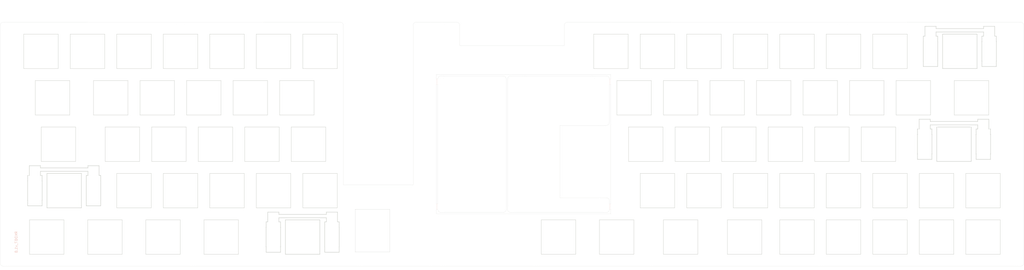
<source format=kicad_pcb>
(kicad_pcb (version 20241229) (generator "pcbnew") (generator_version "9.0")
  (layers (0 "F.Cu" signal) (2 "B.Cu" signal) (13 "F.Paste" user) (15 "B.Paste" user) (5 "F.SilkS" user "F.Silkscreen") (7 "B.SilkS" user "B.Silkscreen") (1 "F.Mask" user) (3 "B.Mask" user) (25 "Edge.Cuts" user))
  (net 0 "")
  (footprint "kbd_SW_Hole:SW_Hole_1u" (layer "F.Cu") (at 321.46875 142.875)
    (property "Reference" "SW73" (hide yes))
    (property "Value" "SW_Push" (hide yes))
    (fp_line (start -7.05 -7.05) (end 7.05 -7.05) (stroke (width 0.15)) (layer "Edge.Cuts"))
    (fp_line (start -7.05 7.05) (end -7.05 -7.05) (stroke (width 0.15)) (layer "Edge.Cuts"))
    (fp_line (start 7.05 -7.05) (end 7.05 7.05) (stroke (width 0.15)) (layer "Edge.Cuts"))
    (fp_line (start 7.05 7.05) (end -7.05 7.05) (stroke (width 0.15)) (layer "Edge.Cuts"))
  )
  (footprint "kbd_SW_Hole:SW_Hole_1u" (layer "F.Cu") (at 50.00625 142.875)
    (property "Reference" "SW8" (hide yes))
    (property "Value" "SW_Push" (hide yes))
    (fp_line (start -7.05 -7.05) (end 7.05 -7.05) (stroke (width 0.15)) (layer "Edge.Cuts"))
    (fp_line (start -7.05 7.05) (end -7.05 -7.05) (stroke (width 0.15)) (layer "Edge.Cuts"))
    (fp_line (start 7.05 -7.05) (end 7.05 7.05) (stroke (width 0.15)) (layer "Edge.Cuts"))
    (fp_line (start 7.05 7.05) (end -7.05 7.05) (stroke (width 0.15)) (layer "Edge.Cuts"))
  )
  (footprint "kbd_SW_Hole:SW_Hole_1u" (layer "F.Cu") (at 16.66875 104.775)
    (property "Reference" "SW1" (hide yes))
    (property "Value" "SW_Push" (hide yes))
    (fp_line (start -7.05 -7.05) (end 7.05 -7.05) (stroke (width 0.15)) (layer "Edge.Cuts"))
    (fp_line (start -7.05 7.05) (end -7.05 -7.05) (stroke (width 0.15)) (layer "Edge.Cuts"))
    (fp_line (start 7.05 -7.05) (end 7.05 7.05) (stroke (width 0.15)) (layer "Edge.Cuts"))
    (fp_line (start 7.05 7.05) (end -7.05 7.05) (stroke (width 0.15)) (layer "Edge.Cuts"))
  )
  (footprint "kbd_Hole:m2_Screw_Hole" (layer "F.Cu") (at 266.7 190.5)
    (property "Reference" "Ref**")
    (property "Value" "Val**")
    (pad "" np_thru_hole circle (at 0 0) (size 2.2 2.2) (drill 2.2) (layers "*.Cu" "*.Mask"))
  )
  (footprint "kbd_SW_Hole:SW_Hole_1u" (layer "F.Cu") (at 307.18125 104.775)
    (property "Reference" "SW66" (hide yes))
    (property "Value" "SW_Push" (hide yes))
    (fp_line (start -7.05 -7.05) (end 7.05 -7.05) (stroke (width 0.15)) (layer "Edge.Cuts"))
    (fp_line (start -7.05 7.05) (end -7.05 -7.05) (stroke (width 0.15)) (layer "Edge.Cuts"))
    (fp_line (start 7.05 -7.05) (end 7.05 7.05) (stroke (width 0.15)) (layer "Edge.Cuts"))
    (fp_line (start 7.05 7.05) (end -7.05 7.05) (stroke (width 0.15)) (layer "Edge.Cuts"))
  )
  (footprint "kbd_Hole:m2_Screw_Hole" (layer "F.Cu") (at 180.975 173.83125)
    (property "Reference" "Ref**")
    (property "Value" "Val**")
    (pad "" np_thru_hole circle (at 0 0) (size 2.2 2.2) (drill 2.2) (layers "*.Cu" "*.Mask"))
  )
  (footprint "Rikkodo_FootPrint:rkd_cutdot" (layer "F.Cu") (at 249.733384 117.276464 90)
    (property "Reference" "REF**" (hide yes))
    (property "Value" "rkd_cutdot" (hide yes))
    (fp_line (start 1.190624 0.297656) (end 1.190482 -0.297479) (stroke (width 0.05)) (layer "Edge.Cuts"))
    (fp_line (start -1.190628 0.297656) (end -1.190768 -0.297479) (stroke (width 0.05)) (layer "Edge.Cuts"))
    (pad "" np_thru_hole circle (at -0.893198 0.000356 180) (size 0.5 0.5) (drill 0.5) (layers "*.Cu" "*.Mask"))
    (pad "" np_thru_hole circle (at -0.297886 0.000356 180) (size 0.5 0.5) (drill 0.5) (layers "*.Cu" "*.Mask"))
    (pad "" np_thru_hole circle (at 0.297426 0.000356 180) (size 0.5 0.5) (drill 0.5) (layers "*.Cu" "*.Mask"))
    (pad "" np_thru_hole circle (at 0.892738 0.000356 180) (size 0.5 0.5) (drill 0.5) (layers "*.Cu" "*.Mask"))
  )
  (footprint "Rikkodo_FootPrint:rkd_cutdot" (layer "F.Cu") (at 178.891256 117.276464 90)
    (property "Reference" "REF**" (hide yes))
    (property "Value" "rkd_cutdot" (hide yes))
    (fp_line (start 1.190624 0.297656) (end 1.190482 -0.297479) (stroke (width 0.05)) (layer "Edge.Cuts"))
    (fp_line (start -1.190628 0.297656) (end -1.190768 -0.297479) (stroke (width 0.05)) (layer "Edge.Cuts"))
    (pad "" np_thru_hole circle (at -0.893198 0.000356 180) (size 0.5 0.5) (drill 0.5) (layers "*.Cu" "*.Mask"))
    (pad "" np_thru_hole circle (at -0.297886 0.000356 180) (size 0.5 0.5) (drill 0.5) (layers "*.Cu" "*.Mask"))
    (pad "" np_thru_hole circle (at 0.297426 0.000356 180) (size 0.5 0.5) (drill 0.5) (layers "*.Cu" "*.Mask"))
    (pad "" np_thru_hole circle (at 0.892738 0.000356 180) (size 0.5 0.5) (drill 0.5) (layers "*.Cu" "*.Mask"))
  )
  (footprint "kbd_SW_Hole:SW_Hole_1u" (layer "F.Cu") (at 383.38125 180.975)
    (property "Reference" "SW85" (hide yes))
    (property "Value" "SW_Push" (hide yes))
    (fp_line (start -7.05 -7.05) (end 7.05 -7.05) (stroke (width 0.15)) (layer "Edge.Cuts"))
    (fp_line (start -7.05 7.05) (end -7.05 -7.05) (stroke (width 0.15)) (layer "Edge.Cuts"))
    (fp_line (start 7.05 -7.05) (end 7.05 7.05) (stroke (width 0.15)) (layer "Edge.Cuts"))
    (fp_line (start 7.05 7.05) (end -7.05 7.05) (stroke (width 0.15)) (layer "Edge.Cuts"))
  )
  (footprint "kbd_SW_Hole:SW_Hole_1u" (layer "F.Cu") (at 340.51875 142.875)
    (property "Reference" "SW78" (hide yes))
    (property "Value" "SW_Push" (hide yes))
    (fp_line (start -7.05 -7.05) (end 7.05 -7.05) (stroke (width 0.15)) (layer "Edge.Cuts"))
    (fp_line (start -7.05 7.05) (end -7.05 -7.05) (stroke (width 0.15)) (layer "Edge.Cuts"))
    (fp_line (start 7.05 -7.05) (end 7.05 7.05) (stroke (width 0.15)) (layer "Edge.Cuts"))
    (fp_line (start 7.05 7.05) (end -7.05 7.05) (stroke (width 0.15)) (layer "Edge.Cuts"))
  )
  (footprint "kbd_Hole:m2_Screw_Hole" (layer "F.Cu") (at 73.81875 95.25)
    (property "Reference" "Ref**")
    (property "Value" "Val**")
    (pad "" np_thru_hole circle (at 0 0) (size 2.2 2.2) (drill 2.2) (layers "*.Cu" "*.Mask"))
  )
  (footprint "kbd_Hole:m2_Screw_Hole" (layer "F.Cu") (at 176.2125 190.5)
    (property "Reference" "Ref**")
    (property "Value" "Val**")
    (pad "" np_thru_hole circle (at 0 0) (size 2.2 2.2) (drill 2.2) (layers "*.Cu" "*.Mask"))
  )
  (footprint "kbd_Hole:m2_Screw_Hole" (layer "F.Cu") (at 214.3125 116.681348)
    (property "Reference" "Ref**")
    (property "Value" "Val**")
    (pad "" np_thru_hole circle (at 0 0) (size 2.2 2.2) (drill 2.2) (layers "*.Cu" "*.Mask"))
  )
  (footprint "Rikkodo_FootPrint:rkd_cutdot" (layer "F.Cu") (at 249.733384 168.473066 90)
    (property "Reference" "REF**" (hide yes))
    (property "Value" "rkd_cutdot" (hide yes))
    (fp_line (start 1.190624 0.297656) (end 1.190482 -0.297479) (stroke (width 0.05)) (layer "Edge.Cuts"))
    (fp_line (start -1.190628 0.297656) (end -1.190768 -0.297479) (stroke (width 0.05)) (layer "Edge.Cuts"))
    (pad "" np_thru_hole circle (at -0.893198 0.000356 180) (size 0.5 0.5) (drill 0.5) (layers "*.Cu" "*.Mask"))
    (pad "" np_thru_hole circle (at -0.297886 0.000356 180) (size 0.5 0.5) (drill 0.5) (layers "*.Cu" "*.Mask"))
    (pad "" np_thru_hole circle (at 0.297426 0.000356 180) (size 0.5 0.5) (drill 0.5) (layers "*.Cu" "*.Mask"))
    (pad "" np_thru_hole circle (at 0.892738 0.000356 180) (size 0.5 0.5) (drill 0.5) (layers "*.Cu" "*.Mask"))
  )
  (footprint "kbd_SW_Hole:SW_Hole_1u" (layer "F.Cu") (at 259.55625 123.825)
    (property "Reference" "SW52" (hide yes))
    (property "Value" "SW_Push" (hide yes))
    (fp_line (start -7.05 -7.05) (end 7.05 -7.05) (stroke (width 0.15)) (layer "Edge.Cuts"))
    (fp_line (start -7.05 7.05) (end -7.05 -7.05) (stroke (width 0.15)) (layer "Edge.Cuts"))
    (fp_line (start 7.05 -7.05) (end 7.05 7.05) (stroke (width 0.15)) (layer "Edge.Cuts"))
    (fp_line (start 7.05 7.05) (end -7.05 7.05) (stroke (width 0.15)) (layer "Edge.Cuts"))
  )
  (footprint "kbd_SW_Hole:SW_Hole_1u" (layer "F.Cu") (at 288.13125 104.775)
    (property "Reference" "SW61" (hide yes))
    (property "Value" "SW_Push" (hide yes))
    (fp_line (start -7.05 -7.05) (end 7.05 -7.05) (stroke (width 0.15)) (layer "Edge.Cuts"))
    (fp_line (start -7.05 7.05) (end -7.05 -7.05) (stroke (width 0.15)) (layer "Edge.Cuts"))
    (fp_line (start 7.05 -7.05) (end 7.05 7.05) (stroke (width 0.15)) (layer "Edge.Cuts"))
    (fp_line (start 7.05 7.05) (end -7.05 7.05) (stroke (width 0.15)) (layer "Edge.Cuts"))
  )
  (footprint "kbd_SW_Hole:SW_Hole_1u" (layer "F.Cu") (at 326.23125 161.925)
    (property "Reference" "SW69" (hide yes))
    (property "Value" "SW_Push" (hide yes))
    (fp_line (start -7.05 -7.05) (end 7.05 -7.05) (stroke (width 0.15)) (layer "Edge.Cuts"))
    (fp_line (start -7.05 7.05) (end -7.05 -7.05) (stroke (width 0.15)) (layer "Edge.Cuts"))
    (fp_line (start 7.05 -7.05) (end 7.05 7.05) (stroke (width 0.15)) (layer "Edge.Cuts"))
    (fp_line (start 7.05 7.05) (end -7.05 7.05) (stroke (width 0.15)) (layer "Edge.Cuts"))
  )
  (footprint "kbd_Hole:m2_Screw_Hole" (layer "F.Cu") (at 180.975 111.91875)
    (property "Reference" "Ref**")
    (property "Value" "Val**")
    (pad "" np_thru_hole circle (at 0 0) (size 2.2 2.2) (drill 2.2) (layers "*.Cu" "*.Mask"))
  )
  (footprint "kbd_Hole:m2_Screw_Hole" (layer "F.Cu") (at 180.975 169.06875)
    (property "Reference" "Ref**")
    (property "Value" "Val**")
    (pad "" np_thru_hole circle (at 0 0) (size 2.2 2.2) (drill 2.2) (layers "*.Cu" "*.Mask"))
  )
  (footprint "kbd_SW_Hole:SW_Hole_1u" (layer "F.Cu") (at 359.56875 142.875)
    (property "Reference" "SW83" (hide yes))
    (property "Value" "SW_Push" (hide yes))
    (fp_line (start -7.05 -7.05) (end 7.05 -7.05) (stroke (width 0.15)) (layer "Edge.Cuts"))
    (fp_line (start -7.05 7.05) (end -7.05 -7.05) (stroke (width 0.15)) (layer "Edge.Cuts"))
    (fp_line (start 7.05 -7.05) (end 7.05 7.05) (stroke (width 0.15)) (layer "Edge.Cuts"))
    (fp_line (start 7.05 7.05) (end -7.05 7.05) (stroke (width 0.15)) (layer "Edge.Cuts"))
  )
  (footprint "kbd_Hole:m2_Screw_Hole" (layer "F.Cu") (at 97.63125 152.4)
    (property "Reference" "M4")
    (property "Value" "Mark")
    (pad "" np_thru_hole circle (at 0 0) (size 2.2 2.2) (drill 2.2) (layers "*.Cu" "*.Mask"))
  )
  (footprint "kbd_SW_Hole:SW_Hole_1u" (layer "F.Cu") (at 354.80625 123.825)
    (property "Reference" "SW77" (hide yes))
    (property "Value" "SW_Push" (hide yes))
    (fp_line (start -7.05 -7.05) (end 7.05 -7.05) (stroke (width 0.15)) (layer "Edge.Cuts"))
    (fp_line (start -7.05 7.05) (end -7.05 -7.05) (stroke (width 0.15)) (layer "Edge.Cuts"))
    (fp_line (start 7.05 -7.05) (end 7.05 7.05) (stroke (width 0.15)) (layer "Edge.Cuts"))
    (fp_line (start 7.05 7.05) (end -7.05 7.05) (stroke (width 0.15)) (layer "Edge.Cuts"))
  )
  (footprint "kbd_SW_Hole:SW_Hole_1u" (layer "F.Cu") (at 83.34375 123.825)
    (property "Reference" "SW17" (hide yes))
    (property "Value" "SW_Push" (hide yes))
    (fp_line (start -7.05 -7.05) (end 7.05 -7.05) (stroke (width 0.15)) (layer "Edge.Cuts"))
    (fp_line (start -7.05 7.05) (end -7.05 -7.05) (stroke (width 0.15)) (layer "Edge.Cuts"))
    (fp_line (start 7.05 -7.05) (end 7.05 7.05) (stroke (width 0.15)) (layer "Edge.Cuts"))
    (fp_line (start 7.05 7.05) (end -7.05 7.05) (stroke (width 0.15)) (layer "Edge.Cuts"))
  )
  (footprint "kbd_SW_Hole:SW_Hole_1u" (layer "F.Cu") (at 54.76875 161.925)
    (property "Reference" "SW9" (hide yes))
    (property "Value" "SW_Push" (hide yes))
    (fp_line (start -7.05 -7.05) (end 7.05 -7.05) (stroke (width 0.15)) (layer "Edge.Cuts"))
    (fp_line (start -7.05 7.05) (end -7.05 -7.05) (stroke (width 0.15)) (layer "Edge.Cuts"))
    (fp_line (start 7.05 -7.05) (end 7.05 7.05) (stroke (width 0.15)) (layer "Edge.Cuts"))
    (fp_line (start 7.05 7.05) (end -7.05 7.05) (stroke (width 0.15)) (layer "Edge.Cuts"))
  )
  (footprint "kbd_SW_Hole:SW_Hole_1.5u" (layer "F.Cu") (at 278.60625 180.975)
    (property "Reference" "SW60" (hide yes))
    (property "Value" "SW_Push" (hide yes))
    (fp_line (start -7.05 -7.05) (end 7.05 -7.05) (stroke (width 0.15)) (layer "Edge.Cuts"))
    (fp_line (start -7.05 7.05) (end -7.05 -7.05) (stroke (width 0.15)) (layer "Edge.Cuts"))
    (fp_line (start 7.05 -7.05) (end 7.05 7.05) (stroke (width 0.15)) (layer "Edge.Cuts"))
    (fp_line (start 7.05 7.05) (end -7.05 7.05) (stroke (width 0.15)) (layer "Edge.Cuts"))
  )
  (footprint "kbd_SW_Hole:SW_Hole_1u" (layer "F.Cu") (at 283.36875 142.875)
    (property "Reference" "SW63" (hide yes))
    (property "Value" "SW_Push" (hide yes))
    (fp_line (start -7.05 -7.05) (end 7.05 -7.05) (stroke (width 0.15)) (layer "Edge.Cuts"))
    (fp_line (start -7.05 7.05) (end -7.05 -7.05) (stroke (width 0.15)) (layer "Edge.Cuts"))
    (fp_line (start 7.05 -7.05) (end 7.05 7.05) (stroke (width 0.15)) (layer "Edge.Cuts"))
    (fp_line (start 7.05 7.05) (end -7.05 7.05) (stroke (width 0.15)) (layer "Edge.Cuts"))
  )
  (footprint "kbd_Hole:m2_Screw_Hole" (layer "F.Cu") (at 416.71875 95.25)
    (property "Reference" "Ref**")
    (property "Value" "Val**")
    (pad "" np_thru_hole circle (at 0 0) (size 2.2 2.2) (drill 2.2) (layers "*.Cu" "*.Mask"))
  )
  (footprint "kbd_Hole:m2_Screw_Hole" (layer "F.Cu") (at 54.76875 133.35)
    (property "Reference" "M3")
    (property "Value" "Mark")
    (pad "" np_thru_hole circle (at 0 0) (size 2.2 2.2) (drill 2.2) (layers "*.Cu" "*.Mask"))
  )
  (footprint "kbd_SW_Hole:SW_Hole_1u" (layer "F.Cu") (at 130.96886 104.775088)
    (property "Reference" "SW26" (hide yes))
    (property "Value" "SW_Push" (hide yes))
    (fp_line (start -7.05 -7.05) (end 7.05 -7.05) (stroke (width 0.15)) (layer "Edge.Cuts"))
    (fp_line (start -7.05 7.05) (end -7.05 -7.05) (stroke (width 0.15)) (layer "Edge.Cuts"))
    (fp_line (start 7.05 -7.05) (end 7.05 7.05) (stroke (width 0.15)) (layer "Edge.Cuts"))
    (fp_line (start 7.05 7.05) (end -7.05 7.05) (stroke (width 0.15)) (layer "Edge.Cuts"))
  )
  (footprint "kbd_SW_Hole:SW_Hole_1u" (layer "F.Cu") (at 302.41875 142.875)
    (property "Reference" "SW68" (hide yes))
    (property "Value" "SW_Push" (hide yes))
    (fp_line (start -7.05 -7.05) (end 7.05 -7.05) (stroke (width 0.15)) (layer "Edge.Cuts"))
    (fp_line (start -7.05 7.05) (end -7.05 -7.05) (stroke (width 0.15)) (layer "Edge.Cuts"))
    (fp_line (start 7.05 -7.05) (end 7.05 7.05) (stroke (width 0.15)) (layer "Edge.Cuts"))
    (fp_line (start 7.05 7.05) (end -7.05 7.05) (stroke (width 0.15)) (layer "Edge.Cuts"))
  )
  (footprint "kbd_SW_Hole:SW_Hole_1.25u" (layer "F.Cu") (at 304.8 180.975)
    (property "Reference" "SW65" (hide yes))
    (property "Value" "SW_Push" (hide yes))
    (fp_line (start -7.05 -7.05) (end 7.05 -7.05) (stroke (width 0.15)) (layer "Edge.Cuts"))
    (fp_line (start -7.05 7.05) (end -7.05 -7.05) (stroke (width 0.15)) (layer "Edge.Cuts"))
    (fp_line (start 7.05 -7.05) (end 7.05 7.05) (stroke (width 0.15)) (layer "Edge.Cuts"))
    (fp_line (start 7.05 7.05) (end -7.05 7.05) (stroke (width 0.15)) (layer "Edge.Cuts"))
  )
  (footprint "kbd_SW_Hole:SW_Hole_1u" (layer "F.Cu") (at 35.71875 104.775)
    (property "Reference" "SW6" (hide yes))
    (property "Value" "SW_Push" (hide yes))
    (fp_line (start -7.05 -7.05) (end 7.05 -7.05) (stroke (width 0.15)) (layer "Edge.Cuts"))
    (fp_line (start -7.05 7.05) (end -7.05 -7.05) (stroke (width 0.15)) (layer "Edge.Cuts"))
    (fp_line (start 7.05 -7.05) (end 7.05 7.05) (stroke (width 0.15)) (layer "Edge.Cuts"))
    (fp_line (start 7.05 7.05) (end -7.05 7.05) (stroke (width 0.15)) (layer "Edge.Cuts"))
  )
  (footprint "kbd_SW_Hole:SW_Hole_1.5u" (layer "F.Cu") (at 397.66875 123.825)
    (property "Reference" "SW87" (hide yes))
    (property "Value" "SW_Push" (hide yes))
    (fp_line (start -7.05 -7.05) (end 7.05 -7.05) (stroke (width 0.15)) (layer "Edge.Cuts"))
    (fp_line (start -7.05 7.05) (end -7.05 -7.05) (stroke (width 0.15)) (layer "Edge.Cuts"))
    (fp_line (start 7.05 -7.05) (end 7.05 7.05) (stroke (width 0.15)) (layer "Edge.Cuts"))
    (fp_line (start 7.05 7.05) (end -7.05 7.05) (stroke (width 0.15)) (layer "Edge.Cuts"))
  )
  (footprint "kbd_SW_Hole:SW_Hole_1u" (layer "F.Cu") (at 107.15625 142.875)
    (property "Reference" "SW23" (hide yes))
    (property "Value" "SW_Push" (hide yes))
    (fp_line (start -7.05 -7.05) (end 7.05 -7.05) (stroke (width 0.15)) (layer "Edge.Cuts"))
    (fp_line (start -7.05 7.05) (end -7.05 -7.05) (stroke (width 0.15)) (layer "Edge.Cuts"))
    (fp_line (start 7.05 -7.05) (end 7.05 7.05) (stroke (width 0.15)) (layer "Edge.Cuts"))
    (fp_line (start 7.05 7.05) (end -7.05 7.05) (stroke (width 0.15)) (layer "Edge.Cuts"))
  )
  (footprint "kbd_Hole:m2_Screw_Hole" (layer "F.Cu") (at 219.075 190.5)
    (property "Reference" "Ref**")
    (property "Value" "Val**")
    (pad "" np_thru_hole circle (at 0 0) (size 2.2 2.2) (drill 2.2) (layers "*.Cu" "*.Mask"))
  )
  (footprint "kbd_Hole:m2_Screw_Hole" (layer "F.Cu") (at 2.38125 190.5)
    (property "Reference" "Ref**")
    (property "Value" "Val**")
    (pad "" np_thru_hole circle (at 0 0) (size 2.2 2.2) (drill 2.2) (layers "*.Cu" "*.Mask"))
  )
  (footprint "kbd_SW_Hole:SW_Hole_1u" (layer "F.Cu") (at 45.24375 123.825)
    (property "Reference" "SW7" (hide yes))
    (property "Value" "SW_Push" (hide yes))
    (fp_line (start -7.05 -7.05) (end 7.05 -7.05) (stroke (width 0.15)) (layer "Edge.Cuts"))
    (fp_line (start -7.05 7.05) (end -7.05 -7.05) (stroke (width 0.15)) (layer "Edge.Cuts"))
    (fp_line (start 7.05 -7.05) (end 7.05 7.05) (stroke (width 0.15)) (layer "Edge.Cuts"))
    (fp_line (start 7.05 7.05) (end -7.05 7.05) (stroke (width 0.15)) (layer "Edge.Cuts"))
  )
  (footprint "kbd_SW_Hole:SW_Hole_1.75u" (layer "F.Cu") (at 23.81255 142.875)
    (property "Reference" "SW3" (hide yes))
    (property "Value" "SW_Push" (hide yes))
    (fp_line (start -7.05 -7.05) (end 7.05 -7.05) (stroke (width 0.15)) (layer "Edge.Cuts"))
    (fp_line (start -7.05 7.05) (end -7.05 -7.05) (stroke (width 0.15)) (layer "Edge.Cuts"))
    (fp_line (start 7.05 -7.05) (end 7.05 7.05) (stroke (width 0.15)) (layer "Edge.Cuts"))
    (fp_line (start 7.05 7.05) (end -7.05 7.05) (stroke (width 0.15)) (layer "Edge.Cuts"))
  )
  (footprint "kbd_SW_Hole:SW_Hole_1u" (layer "F.Cu") (at 297.65625 123.825)
    (property "Reference" "SW62" (hide yes))
    (property "Value" "SW_Push" (hide yes))
    (fp_line (start -7.05 -7.05) (end 7.05 -7.05) (stroke (width 0.15)) (layer "Edge.Cuts"))
    (fp_line (start -7.05 7.05) (end -7.05 -7.05) (stroke (width 0.15)) (layer "Edge.Cuts"))
    (fp_line (start 7.05 -7.05) (end 7.05 7.05) (stroke (width 0.15)) (layer "Edge.Cuts"))
    (fp_line (start 7.05 7.05) (end -7.05 7.05) (stroke (width 0.15)) (layer "Edge.Cuts"))
  )
  (footprint "kbd_SW_Hole:SW_Hole_1u" (layer "F.Cu") (at 383.38125 161.925)
    (property "Reference" "SW84" (hide yes))
    (property "Value" "SW_Push" (hide yes))
    (fp_line (start -7.05 -7.05) (end 7.05 -7.05) (stroke (width 0.15)) (layer "Edge.Cuts"))
    (fp_line (start -7.05 7.05) (end -7.05 -7.05) (stroke (width 0.15)) (layer "Edge.Cuts"))
    (fp_line (start 7.05 -7.05) (end 7.05 7.05) (stroke (width 0.15)) (layer "Edge.Cuts"))
    (fp_line (start 7.05 7.05) (end -7.05 7.05) (stroke (width 0.15)) (layer "Edge.Cuts"))
  )
  (footprint "kbd_SW_Hole:SW_Hole_1u" (layer "F.Cu") (at 102.39375 123.825)
    (property "Reference" "SW22" (hide yes))
    (property "Value" "SW_Push" (hide yes))
    (fp_line (start -7.05 -7.05) (end 7.05 -7.05) (stroke (width 0.15)) (layer "Edge.Cuts"))
    (fp_line (start -7.05 7.05) (end -7.05 -7.05) (stroke (width 0.15)) (layer "Edge.Cuts"))
    (fp_line (start 7.05 -7.05) (end 7.05 7.05) (stroke (width 0.15)) (layer "Edge.Cuts"))
    (fp_line (start 7.05 7.05) (end -7.05 7.05) (stroke (width 0.15)) (layer "Edge.Cuts"))
  )
  (footprint "kbd_Hole:m2_Screw_Hole" (layer "F.Cu") (at 180.975 190.5)
    (property "Reference" "Ref**")
    (property "Value" "Val**")
    (pad "" np_thru_hole circle (at 0 0) (size 2.2 2.2) (drill 2.2) (layers "*.Cu" "*.Mask"))
  )
  (footprint "kbd_SW_Hole:SW_Hole_1u" (layer "F.Cu") (at 126.20625 142.875)
    (property "Reference" "SW28" (hide yes))
    (property "Value" "SW_Push" (hide yes))
    (fp_line (start -7.05 -7.05) (end 7.05 -7.05) (stroke (width 0.15)) (layer "Edge.Cuts"))
    (fp_line (start -7.05 7.05) (end -7.05 -7.05) (stroke (width 0.15)) (layer "Edge.Cuts"))
    (fp_line (start 7.05 -7.05) (end 7.05 7.05) (stroke (width 0.15)) (layer "Edge.Cuts"))
    (fp_line (start 7.05 7.05) (end -7.05 7.05) (stroke (width 0.15)) (layer "Edge.Cuts"))
  )
  (footprint "kbd_Hole:m2_Screw_Hole" (layer "F.Cu") (at 242.8875 116.68125)
    (property "Reference" "Ref**")
    (property "Value" "Val**")
    (pad "" np_thru_hole circle (at 0 0) (size 2.2 2.2) (drill 2.2) (layers "*.Cu" "*.Mask"))
  )
  (footprint "kbd_SW_Hole:SW_Hole_1u" (layer "F.Cu") (at 373.85625 123.825)
    (property "Reference" "SW82" (hide yes))
    (property "Value" "SW_Push" (hide yes))
    (fp_line (start -7.05 -7.05) (end 7.05 -7.05) (stroke (width 0.15)) (layer "Edge.Cuts"))
    (fp_line (start -7.05 7.05) (end -7.05 -7.05) (stroke (width 0.15)) (layer "Edge.Cuts"))
    (fp_line (start 7.05 -7.05) (end 7.05 7.05) (stroke (width 0.15)) (layer "Edge.Cuts"))
    (fp_line (start 7.05 7.05) (end -7.05 7.05) (stroke (width 0.15)) (layer "Edge.Cuts"))
  )
  (footprint "kbd_SW_Hole:SW_Hole_1.25u" (layer "F.Cu") (at 66.67505 180.975)
    (property "Reference" "SW15" (hide yes))
    (property "Value" "SW_Push" (hide yes))
    (fp_line (start -7.05 -7.05) (end 7.05 -7.05) (stroke (width 0.15)) (layer "Edge.Cuts"))
    (fp_line (start -7.05 7.05) (end -7.05 -7.05) (stroke (width 0.15)) (layer "Edge.Cuts"))
    (fp_line (start 7.05 -7.05) (end 7.05 7.05) (stroke (width 0.15)) (layer "Edge.Cuts"))
    (fp_line (start 7.05 7.05) (end -7.05 7.05) (stroke (width 0.15)) (layer "Edge.Cuts"))
  )
  (footprint "kbd_SW_Hole:SW_Hole_1.25u" (layer "F.Cu") (at 19.05005 180.975)
    (property "Reference" "SW5" (hide yes))
    (property "Value" "SW_Push" (hide yes))
    (fp_line (start -7.05 -7.05) (end 7.05 -7.05) (stroke (width 0.15)) (layer "Edge.Cuts"))
    (fp_line (start -7.05 7.05) (end -7.05 -7.05) (stroke (width 0.15)) (layer "Edge.Cuts"))
    (fp_line (start 7.05 -7.05) (end 7.05 7.05) (stroke (width 0.15)) (layer "Edge.Cuts"))
    (fp_line (start 7.05 7.05) (end -7.05 7.05) (stroke (width 0.15)) (layer "Edge.Cuts"))
  )
  (footprint "kbd_Hole:m2_Screw_Hole" (layer "F.Cu") (at 202.40625 130.96875)
    (property "Reference" "Ref**")
    (property "Value" "Val**")
    (pad "" np_thru_hole circle (at 0 0) (size 2.2 2.2) (drill 2.2) (layers "*.Cu" "*.Mask"))
  )
  (footprint "kbd_SW_Hole:SW_Hole_1u" (layer "F.Cu") (at 92.86875 161.925)
    (property "Reference" "SW19" (hide yes))
    (property "Value" "SW_Push" (hide yes))
    (fp_line (start -7.05 -7.05) (end 7.05 -7.05) (stroke (width 0.15)) (layer "Edge.Cuts"))
    (fp_line (start -7.05 7.05) (end -7.05 -7.05) (stroke (width 0.15)) (layer "Edge.Cuts"))
    (fp_line (start 7.05 -7.05) (end 7.05 7.05) (stroke (width 0.15)) (layer "Edge.Cuts"))
    (fp_line (start 7.05 7.05) (end -7.05 7.05) (stroke (width 0.15)) (layer "Edge.Cuts"))
  )
  (footprint "kbd_SW_Hole:SW_Hole_1u" (layer "F.Cu") (at 264.31875 142.875)
    (property "Reference" "SW54" (hide yes))
    (property "Value" "SW_Push" (hide yes))
    (fp_line (start -7.05 -7.05) (end 7.05 -7.05) (stroke (width 0.15)) (layer "Edge.Cuts"))
    (fp_line (start -7.05 7.05) (end -7.05 -7.05) (stroke (width 0.15)) (layer "Edge.Cuts"))
    (fp_line (start 7.05 -7.05) (end 7.05 7.05) (stroke (width 0.15)) (layer "Edge.Cuts"))
    (fp_line (start 7.05 7.05) (end -7.05 7.05) (stroke (width 0.15)) (layer "Edge.Cuts"))
  )
  (footprint "kbd_Hole:m2_Screw_Hole" (layer "F.Cu") (at 202.406572 154.781522)
    (property "Reference" "Ref**")
    (property "Value" "Val**")
    (pad "" np_thru_hole circle (at 0 0) (size 2.2 2.2) (drill 2.2) (layers "*.Cu" "*.Mask"))
  )
  (footprint "kbd_Hole:m2_Screw_Hole" (layer "F.Cu") (at 78.58125 190.5)
    (property "Reference" "Ref**")
    (property "Value" "Val**")
    (pad "" np_thru_hole circle (at 0 0) (size 2.2 2.2) (drill 2.2) (layers "*.Cu" "*.Mask"))
  )
  (footprint "kbd_SW_Hole:SW_Hole_1u" (layer "F.Cu") (at 288.13125 161.925)
    (property "Reference" "SW59" (hide yes))
    (property "Value" "SW_Push" (hide yes))
    (fp_line (start -7.05 -7.05) (end 7.05 -7.05) (stroke (width 0.15)) (layer "Edge.Cuts"))
    (fp_line (start -7.05 7.05) (end -7.05 -7.05) (stroke (width 0.15)) (layer "Edge.Cuts"))
    (fp_line (start 7.05 -7.05) (end 7.05 7.05) (stroke (width 0.15)) (layer "Edge.Cuts"))
    (fp_line (start 7.05 7.05) (end -7.05 7.05) (stroke (width 0.15)) (layer "Edge.Cuts"))
  )
  (footprint "kbd_SW_Hole:SW_Hole_1u" (layer "F.Cu") (at 130.96875 161.925)
    (property "Reference" "SW29" (hide yes))
    (property "Value" "SW_Push" (hide yes))
    (fp_line (start -7.05 -7.05) (end 7.05 -7.05) (stroke (width 0.15)) (layer "Edge.Cuts"))
    (fp_line (start -7.05 7.05) (end -7.05 -7.05) (stroke (width 0.15)) (layer "Edge.Cuts"))
    (fp_line (start 7.05 -7.05) (end 7.05 7.05) (stroke (width 0.15)) (layer "Edge.Cuts"))
    (fp_line (start 7.05 7.05) (end -7.05 7.05) (stroke (width 0.15)) (layer "Edge.Cuts"))
  )
  (footprint "kbd_Hole:m2_Screw_Hole" (layer "F.Cu") (at 311.94375 152.4)
    (property "Reference" "M5")
    (property "Value" "Mark")
    (pad "" np_thru_hole circle (at 0 0) (size 2.2 2.2) (drill 2.2) (layers "*.Cu" "*.Mask"))
  )
  (footprint "kbd_SW_Hole:SW_Hole_1u" (layer "F.Cu") (at 88.10625 142.875)
    (property "Reference" "SW18" (hide yes))
    (property "Value" "SW_Push" (hide yes))
    (fp_line (start -7.05 -7.05) (end 7.05 -7.05) (stroke (width 0.15)) (layer "Edge.Cuts"))
    (fp_line (start -7.05 7.05) (end -7.05 -7.05) (stroke (width 0.15)) (layer "Edge.Cuts"))
    (fp_line (start 7.05 -7.05) (end 7.05 7.05) (stroke (width 0.15)) (layer "Edge.Cuts"))
    (fp_line (start 7.05 7.05) (end -7.05 7.05) (stroke (width 0.15)) (layer "Edge.Cuts"))
  )
  (footprint "kbd_SW_Hole:SW_Hole_1.5u" (layer "F.Cu") (at 21.43125 123.825)
    (property "Reference" "SW2" (hide yes))
    (property "Value" "SW_Push" (hide yes))
    (fp_line (start -7.05 -7.05) (end 7.05 -7.05) (stroke (width 0.15)) (layer "Edge.Cuts"))
    (fp_line (start -7.05 7.05) (end -7.05 -7.05) (stroke (width 0.15)) (layer "Edge.Cuts"))
    (fp_line (start 7.05 -7.05) (end 7.05 7.05) (stroke (width 0.15)) (layer "Edge.Cuts"))
    (fp_line (start 7.05 7.05) (end -7.05 7.05) (stroke (width 0.15)) (layer "Edge.Cuts"))
  )
  (footprint "kbd_Hole:m2_Screw_Hole" (layer "F.Cu") (at 250.03125 95.25)
    (property "Reference" "Ref**")
    (property "Value" "Val**")
    (pad "" np_thru_hole circle (at 0 0) (size 2.2 2.2) (drill 2.2) (layers "*.Cu" "*.Mask"))
  )
  (footprint "kbd_SW_Hole:SW_Hole_1u" (layer "F.Cu") (at 326.23125 104.775)
    (property "Reference" "SW71" (hide yes))
    (property "Value" "SW_Push" (hide yes))
    (fp_line (start -7.05 -7.05) (end 7.05 -7.05) (stroke (width 0.15)) (layer "Edge.Cuts"))
    (fp_line (start -7.05 7.05) (end -7.05 -7.05) (stroke (width 0.15)) (layer "Edge.Cuts"))
    (fp_line (start 7.05 -7.05) (end 7.05 7.05) (stroke (width 0.15)) (layer "Edge.Cuts"))
    (fp_line (start 7.05 7.05) (end -7.05 7.05) (stroke (width 0.15)) (layer "Edge.Cuts"))
  )
  (footprint "Rikkodo_FootPrint:rkd_picot5400_BTM" (layer "F.Cu") (at 228.600192 150.018876)
    (property "Reference" "Picot**" (hide yes))
    (property "Value" "rkd_picot5400_BTM" (hide yes))
    (pad "" np_thru_hole circle (at -16.75 -16.75) (size 2.2 2.2) (drill 2.2) (layers "*.Cu" "*.Mask"))
    (pad "" np_thru_hole circle (at -16.75 16.75) (size 2.2 2.2) (drill 2.2) (layers "*.Cu" "*.Mask"))
    (pad "" np_thru_hole circle (at 16.75 -16.75) (size 2.2 2.2) (drill 2.2) (layers "*.Cu" "*.Mask"))
    (pad "" np_thru_hole circle (at 16.75 16.75) (size 2.2 2.2) (drill 2.2) (layers "*.Cu" "*.Mask"))
  )
  (footprint "kbd_SW_Hole:SW_Hole_1u" (layer "F.Cu") (at 111.91875 104.775)
    (property "Reference" "SW26" (hide yes))
    (property "Value" "SW_Push" (hide yes))
    (fp_line (start -7.05 -7.05) (end 7.05 -7.05) (stroke (width 0.15)) (layer "Edge.Cuts"))
    (fp_line (start -7.05 7.05) (end -7.05 -7.05) (stroke (width 0.15)) (layer "Edge.Cuts"))
    (fp_line (start 7.05 -7.05) (end 7.05 7.05) (stroke (width 0.15)) (layer "Edge.Cuts"))
    (fp_line (start 7.05 7.05) (end -7.05 7.05) (stroke (width 0.15)) (layer "Edge.Cuts"))
  )
  (footprint "kbd_Hole:m2_Screw_Hole" (layer "F.Cu") (at 138.1125 95.25)
    (property "Reference" "Ref**")
    (property "Value" "Val**")
    (pad "" np_thru_hole circle (at 0 0) (size 2.2 2.2) (drill 2.2) (layers "*.Cu" "*.Mask"))
  )
  (footprint "kbd_SW_Hole:SW_Hole_1u" (layer "F.Cu") (at 111.91875 161.925)
    (property "Reference" "SW24" (hide yes))
    (property "Value" "SW_Push" (hide yes))
    (fp_line (start -7.05 -7.05) (end 7.05 -7.05) (stroke (width 0.15)) (layer "Edge.Cuts"))
    (fp_line (start -7.05 7.05) (end -7.05 -7.05) (stroke (width 0.15)) (layer "Edge.Cuts"))
    (fp_line (start 7.05 -7.05) (end 7.05 7.05) (stroke (width 0.15)) (layer "Edge.Cuts"))
    (fp_line (start 7.05 7.05) (end -7.05 7.05) (stroke (width 0.15)) (layer "Edge.Cuts"))
  )
  (footprint "kbd_SW_Hole:SW_Hole_1u" (layer "F.Cu") (at 364.33125 104.775)
    (property "Reference" "SW81" (hide yes))
    (property "Value" "SW_Push" (hide yes))
    (fp_line (start -7.05 -7.05) (end 7.05 -7.05) (stroke (width 0.15)) (layer "Edge.Cuts"))
    (fp_line (start -7.05 7.05) (end -7.05 -7.05) (stroke (width 0.15)) (layer "Edge.Cuts"))
    (fp_line (start 7.05 -7.05) (end 7.05 7.05) (stroke (width 0.15)) (layer "Edge.Cuts"))
    (fp_line (start 7.05 7.05) (end -7.05 7.05) (stroke (width 0.15)) (layer "Edge.Cuts"))
  )
  (footprint "Rikkodo_FootPrint:rkd_Top_GateronChocV2_2u" (layer "F.Cu") (at 123.82505 180.975)
    (property "Reference" "SW25" (hide yes))
    (property "Value" "SW_Push" (hide yes))
    (fp_line (start -14.975 -3.975) (end -14.975 3.975) (stroke (width 0.2)) (layer "Edge.Cuts"))
    (fp_line (start -14.95 -6.225) (end -14.95 -4) (stroke (width 0.2)) (layer "Edge.Cuts"))
    (fp_line (start -14.95 -6.225) (end -14.275 -6.225) (stroke (width 0.2)) (layer "Edge.Cuts"))
    (fp_line (start -14.95 -4) (end -14.975 -3.975) (stroke (width 0.2)) (layer "Edge.Cuts"))
    (fp_line (start -14.95 3.975) (end -14.975 3.975) (stroke (width 0.2)) (layer "Edge.Cuts"))
    (fp_line (start -14.95 3.975) (end -14.95 6.225) (stroke (width 0.2)) (layer "Edge.Cuts"))
    (fp_line (start -14.275 -10.225) (end -9.725 -10.225) (stroke (width 0.2)) (layer "Edge.Cuts"))
    (fp_line (start -14.275 -6.225) (end -14.275 -10.225) (stroke (width 0.2)) (layer "Edge.Cuts"))
    (fp_line (start -9.725 -9.325) (end -9.725 -10.225) (stroke (width 0.2)) (layer "Edge.Cuts"))
    (fp_line (start -9.725 -9.325) (end 9.725 -9.325) (stroke (width 0.2)) (layer "Edge.Cuts"))
    (fp_line (start -9.725 -7.925) (end 9.725 -7.925) (stroke (width 0.2)) (layer "Edge.Cuts"))
    (fp_line (start -9.725 -6.225) (end -9.725 -7.925) (stroke (width 0.2)) (layer "Edge.Cuts"))
    (fp_line (start -9.725 -6.225) (end -9.05 -6.225) (stroke (width 0.2)) (layer "Edge.Cuts"))
    (fp_line (start -9.05 -6.225) (end -9.05 -4) (stroke (width 0.2)) (layer "Edge.Cuts"))
    (fp_line (start -9.05 -4) (end -9.025 -3.975) (stroke (width 0.2)) (layer "Edge.Cuts"))
    (fp_line (start -9.05 3.975) (end -9.05 6.225) (stroke (width 0.2)) (layer "Edge.Cuts"))
    (fp_line (start -9.05 6.225) (end -14.95 6.225) (stroke (width 0.2)) (layer "Edge.Cuts"))
    (fp_line (start -9.025 -3.975) (end -9.025 3.975) (stroke (width 0.2)) (layer "Edge.Cuts"))
    (fp_line (start -9.025 3.975) (end -9.05 3.975) (stroke (width 0.2)) (layer "Edge.Cuts"))
    (fp_line (start -7.05 -7.05) (end 7.05 -7.05) (stroke (width 0.2)) (layer "Edge.Cuts"))
    (fp_line (start -7.05 7.05) (end -7.05 -7.05) (stroke (width 0.2)) (layer "Edge.Cuts"))
    (fp_line (start 7.05 -7.05) (end 7.05 7.05) (stroke (width 0.2)) (layer "Edge.Cuts"))
    (fp_line (start 7.05 7.05) (end -7.05 7.05) (stroke (width 0.2)) (layer "Edge.Cuts"))
    (fp_line (start 9.025 -3.975) (end 9.025 3.975) (stroke (width 0.2)) (layer "Edge.Cuts"))
    (fp_line (start 9.05 -6.225) (end 9.05 -4) (stroke (width 0.2)) (layer "Edge.Cuts"))
    (fp_line (start 9.05 -6.225) (end 9.725 -6.225) (stroke (width 0.2)) (layer "Edge.Cuts"))
    (fp_line (start 9.05 -4) (end 9.025 -3.975) (stroke (width 0.2)) (layer "Edge.Cuts"))
    (fp_line (start 9.05 3.975) (end 9.025 3.975) (stroke (width 0.2)) (layer "Edge.Cuts"))
    (fp_line (start 9.05 3.975) (end 9.05 6.225) (stroke (width 0.2)) (layer "Edge.Cuts"))
    (fp_line (start 9.725 -10.225) (end 9.725 -9.325) (stroke (width 0.2)) (layer "Edge.Cuts"))
    (fp_line (start 9.725 -10.225) (end 14.275 -10.225) (stroke (width 0.2)) (layer "Edge.Cuts"))
    (fp_line (start 9.725 -6.225) (end 9.725 -7.925) (stroke (width 0.2)) (layer "Edge.Cuts"))
    (fp_line (start 14.275 -6.225) (end 14.275 -10.225) (stroke (width 0.2)) (layer "Edge.Cuts"))
    (fp_line (start 14.275 -6.225) (end 14.95 -6.225) (stroke (width 0.2)) (layer "Edge.Cuts"))
    (fp_line (start 14.95 -6.225) (end 14.95 -4) (stroke (width 0.2)) (layer "Edge.Cuts"))
    (fp_line (start 14.95 -4) (end 14.975 -3.975) (stroke (width 0.2)) (layer "Edge.Cuts"))
    (fp_line (start 14.95 3.975) (end 14.95 6.225) (stroke (width 0.2)) (layer "Edge.Cuts"))
    (fp_line (start 14.95 6.225) (end 9.05 6.225) (stroke (width 0.2)) (layer "Edge.Cuts"))
    (fp_line (start 14.975 -3.975) (end 14.975 3.975) (stroke (width 0.2)) (layer "Edge.Cuts"))
    (fp_line (start 14.975 3.975) (end 14.95 3.975) (stroke (width 0.2)) (layer "Edge.Cuts"))
  )
  (footprint "kbd_SW_Hole:SW_Hole_1u" (layer "F.Cu") (at 73.81875 104.775)
    (property "Reference" "SW16" (hide yes))
    (property "Value" "SW_Push" (hide yes))
    (fp_line (start -7.05 -7.05) (end 7.05 -7.05) (stroke (width 0.15)) (layer "Edge.Cuts"))
    (fp_line (start -7.05 7.05) (end -7.05 -7.05) (stroke (width 0.15)) (layer "Edge.Cuts"))
    (fp_line (start 7.05 -7.05) (end 7.05 7.05) (stroke (width 0.15)) (layer "Edge.Cuts"))
    (fp_line (start 7.05 7.05) (end -7.05 7.05) (stroke (width 0.15)) (layer "Edge.Cuts"))
  )
  (footprint "kbd_SW_Hole:SW_Hole_1.25u" (layer "F.Cu") (at 90.48755 180.975)
    (property "Reference" "SW20" (hide yes))
    (property "Value" "SW_Push" (hide yes))
    (fp_line (start -7.05 -7.05) (end 7.05 -7.05) (stroke (width 0.15)) (layer "Edge.Cuts"))
    (fp_line (start -7.05 7.05) (end -7.05 -7.05) (stroke (width 0.15)) (layer "Edge.Cuts"))
    (fp_line (start 7.05 -7.05) (end 7.05 7.05) (stroke (width 0.15)) (layer "Edge.Cuts"))
    (fp_line (start 7.05 7.05) (end -7.05 7.05) (stroke (width 0.15)) (layer "Edge.Cuts"))
  )
  (footprint "kbd_SW_Hole:SW_Hole_1u" (layer "F.Cu") (at 345.28125 161.925)
    (property "Reference" "SW74" (hide yes))
    (property "Value" "SW_Push" (hide yes))
    (fp_line (start -7.05 -7.05) (end 7.05 -7.05) (stroke (width 0.15)) (layer "Edge.Cuts"))
    (fp_line (start -7.05 7.05) (end -7.05 -7.05) (stroke (width 0.15)) (layer "Edge.Cuts"))
    (fp_line (start 7.05 -7.05) (end 7.05 7.05) (stroke (width 0.15)) (layer "Edge.Cuts"))
    (fp_line (start 7.05 7.05) (end -7.05 7.05) (stroke (width 0.15)) (layer "Edge.Cuts"))
  )
  (footprint "kbd_Hole:m2_Screw_Hole" (layer "F.Cu") (at 180.975 95.25)
    (property "Reference" "Ref**")
    (property "Value" "Val**")
    (pad "" np_thru_hole circle (at 0 0) (size 2.2 2.2) (drill 2.2) (layers "*.Cu" "*.Mask"))
  )
  (footprint "kbd_Hole:m2_Screw_Hole" (layer "F.Cu") (at 2.38125 95.25)
    (property "Reference" "Ref**")
    (property "Value" "Val**")
    (pad "" np_thru_hole circle (at 0 0) (size 2.2 2.2) (drill 2.2) (layers "*.Cu" "*.Mask"))
  )
  (footprint "kbd_SW_Hole:SW_Hole_1u" (layer "F.Cu") (at 73.81875 161.925)
    (property "Reference" "SW14" (hide yes))
    (property "Value" "SW_Push" (hide yes))
    (fp_line (start -7.05 -7.05) (end 7.05 -7.05) (stroke (width 0.15)) (layer "Edge.Cuts"))
    (fp_line (start -7.05 7.05) (end -7.05 -7.05) (stroke (width 0.15)) (layer "Edge.Cuts"))
    (fp_line (start 7.05 -7.05) (end 7.05 7.05) (stroke (width 0.15)) (layer "Edge.Cuts"))
    (fp_line (start 7.05 7.05) (end -7.05 7.05) (stroke (width 0.15)) (layer "Edge.Cuts"))
  )
  (footprint "kbd_SW_Hole:SW_Hole_1.25u" (layer "F.Cu") (at 228.60005 180.975)
    (property "Reference" "SW53" (hide yes))
    (property "Value" "SW_Push" (hide yes))
    (fp_line (start -7.05 -7.05) (end 7.05 -7.05) (stroke (width 0.15)) (layer "Edge.Cuts"))
    (fp_line (start -7.05 7.05) (end -7.05 -7.05) (stroke (width 0.15)) (layer "Edge.Cuts"))
    (fp_line (start 7.05 -7.05) (end 7.05 7.05) (stroke (width 0.15)) (layer "Edge.Cuts"))
    (fp_line (start 7.05 7.05) (end -7.05 7.05) (stroke (width 0.15)) (layer "Edge.Cuts"))
  )
  (footprint "kbd_SW_Hole:SW_Hole_1u" (layer "F.Cu") (at 278.60625 123.825)
    (property "Reference" "SW57" (hide yes))
    (property "Value" "SW_Push" (hide yes))
    (fp_line (start -7.05 -7.05) (end 7.05 -7.05) (stroke (width 0.15)) (layer "Edge.Cuts"))
    (fp_line (start -7.05 7.05) (end -7.05 -7.05) (stroke (width 0.15)) (layer "Edge.Cuts"))
    (fp_line (start 7.05 -7.05) (end 7.05 7.05) (stroke (width 0.15)) (layer "Edge.Cuts"))
    (fp_line (start 7.05 7.05) (end -7.05 7.05) (stroke (width 0.15)) (layer "Edge.Cuts"))
  )
  (footprint "kbd_Hole:m2_Screw_Hole" (layer "F.Cu") (at 147.6375 190.5)
    (property "Reference" "Ref**")
    (property "Value" "Val**")
    (pad "" np_thru_hole circle (at 0 0) (size 2.2 2.2) (drill 2.2) (layers "*.Cu" "*.Mask"))
  )
  (footprint "kbd_Hole:m2_Screw_Hole" (layer "F.Cu") (at 335.75625 190.5)
    (property "Reference" "Ref**")
    (property "Value" "Val**")
    (pad "" np_thru_hole circle (at 0 0) (size 2.2 2.2) (drill 2.2) (layers "*.Cu" "*.Mask"))
  )
  (footprint "kbd_Hole:m2_Screw_Hole" (layer "F.Cu") (at 176.2125 95.25)
    (property "Reference" "Ref**")
    (property "Value" "Val**")
    (pad "" np_thru_hole circle (at 0 0) (size 2.2 2.2) (drill 2.2) (layers "*.Cu" "*.Mask"))
  )
  (footprint "kbd_Hole:m2_Screw_Hole" (layer "F.Cu") (at 288.13125 95.25)
    (property "Reference" "Ref**")
    (property "Value" "Val**")
    (pad "" np_thru_hole circle (at 0 0) (size 2.2 2.2) (drill 2.2) (layers "*.Cu" "*.Mask"))
  )
  (footprint "Rikkodo_FootPrint:rkd_Top_GateronChocV2_2u" (layer "F.Cu") (at 26.19375 161.925)
    (property "Reference" "SW4" (hide yes))
    (property "Value" "SW_Push" (hide yes))
    (fp_line (start -14.975 -3.975) (end -14.975 3.975) (stroke (width 0.2)) (layer "Edge.Cuts"))
    (fp_line (start -14.95 -6.225) (end -14.95 -4) (stroke (width 0.2)) (layer "Edge.Cuts"))
    (fp_line (start -14.95 -6.225) (end -14.275 -6.225) (stroke (width 0.2)) (layer "Edge.Cuts"))
    (fp_line (start -14.95 -4) (end -14.975 -3.975) (stroke (width 0.2)) (layer "Edge.Cuts"))
    (fp_line (start -14.95 3.975) (end -14.975 3.975) (stroke (width 0.2)) (layer "Edge.Cuts"))
    (fp_line (start -14.95 3.975) (end -14.95 6.225) (stroke (width 0.2)) (layer "Edge.Cuts"))
    (fp_line (start -14.275 -10.225) (end -9.725 -10.225) (stroke (width 0.2)) (layer "Edge.Cuts"))
    (fp_line (start -14.275 -6.225) (end -14.275 -10.225) (stroke (width 0.2)) (layer "Edge.Cuts"))
    (fp_line (start -9.725 -9.325) (end -9.725 -10.225) (stroke (width 0.2)) (layer "Edge.Cuts"))
    (fp_line (start -9.725 -9.325) (end 9.725 -9.325) (stroke (width 0.2)) (layer "Edge.Cuts"))
    (fp_line (start -9.725 -7.925) (end 9.725 -7.925) (stroke (width 0.2)) (layer "Edge.Cuts"))
    (fp_line (start -9.725 -6.225) (end -9.725 -7.925) (stroke (width 0.2)) (layer "Edge.Cuts"))
    (fp_line (start -9.725 -6.225) (end -9.05 -6.225) (stroke (width 0.2)) (layer "Edge.Cuts"))
    (fp_line (start -9.05 -6.225) (end -9.05 -4) (stroke (width 0.2)) (layer "Edge.Cuts"))
    (fp_line (start -9.05 -4) (end -9.025 -3.975) (stroke (width 0.2)) (layer "Edge.Cuts"))
    (fp_line (start -9.05 3.975) (end -9.05 6.225) (stroke (width 0.2)) (layer "Edge.Cuts"))
    (fp_line (start -9.05 6.225) (end -14.95 6.225) (stroke (width 0.2)) (layer "Edge.Cuts"))
    (fp_line (start -9.025 -3.975) (end -9.025 3.975) (stroke (width 0.2)) (layer "Edge.Cuts"))
    (fp_line (start -9.025 3.975) (end -9.05 3.975) (stroke (width 0.2)) (layer "Edge.Cuts"))
    (fp_line (start -7.05 -7.05) (end 7.05 -7.05) (stroke (width 0.2)) (layer "Edge.Cuts"))
    (fp_line (start -7.05 7.05) (end -7.05 -7.05) (stroke (width 0.2)) (layer "Edge.Cuts"))
    (fp_line (start 7.05 -7.05) (end 7.05 7.05) (stroke (width 0.2)) (layer "Edge.Cuts"))
    (fp_line (start 7.05 7.05) (end -7.05 7.05) (stroke (width 0.2)) (layer "Edge.Cuts"))
    (fp_line (start 9.025 -3.975) (end 9.025 3.975) (stroke (width 0.2)) (layer "Edge.Cuts"))
    (fp_line (start 9.05 -6.225) (end 9.05 -4) (stroke (width 0.2)) (layer "Edge.Cuts"))
    (fp_line (start 9.05 -6.225) (end 9.725 -6.225) (stroke (width 0.2)) (layer "Edge.Cuts"))
    (fp_line (start 9.05 -4) (end 9.025 -3.975) (stroke (width 0.2)) (layer "Edge.Cuts"))
    (fp_line (start 9.05 3.975) (end 9.025 3.975) (stroke (width 0.2)) (layer "Edge.Cuts"))
    (fp_line (start 9.05 3.975) (end 9.05 6.225) (stroke (width 0.2)) (layer "Edge.Cuts"))
    (fp_line (start 9.725 -10.225) (end 9.725 -9.325) (stroke (width 0.2)) (layer "Edge.Cuts"))
    (fp_line (start 9.725 -10.225) (end 14.275 -10.225) (stroke (width 0.2)) (layer "Edge.Cuts"))
    (fp_line (start 9.725 -6.225) (end 9.725 -7.925) (stroke (width 0.2)) (layer "Edge.Cuts"))
    (fp_line (start 14.275 -6.225) (end 14.275 -10.225) (stroke (width 0.2)) (layer "Edge.Cuts"))
    (fp_line (start 14.275 -6.225) (end 14.95 -6.225) (stroke (width 0.2)) (layer "Edge.Cuts"))
    (fp_line (start 14.95 -6.225) (end 14.95 -4) (stroke (width 0.2)) (layer "Edge.Cuts"))
    (fp_line (start 14.95 -4) (end 14.975 -3.975) (stroke (width 0.2)) (layer "Edge.Cuts"))
    (fp_line (start 14.95 3.975) (end 14.95 6.225) (stroke (width 0.2)) (layer "Edge.Cuts"))
    (fp_line (start 14.95 6.225) (end 9.05 6.225) (stroke (width 0.2)) (layer "Edge.Cuts"))
    (fp_line (start 14.975 -3.975) (end 14.975 3.975) (stroke (width 0.2)) (layer "Edge.Cuts"))
    (fp_line (start 14.975 3.975) (end 14.95 3.975) (stroke (width 0.2)) (layer "Edge.Cuts"))
  )
  (footprint "kbd_SW_Hole:SW_Hole_1u" (layer "F.Cu") (at 269.08125 161.925)
    (property "Reference" "SW58" (hide yes))
    (property "Value" "SW_Push" (hide yes))
    (fp_line (start -7.05 -7.05) (end 7.05 -7.05) (stroke (width 0.15)) (layer "Edge.Cuts"))
    (fp_line (start -7.05 7.05) (end -7.05 -7.05) (stroke (width 0.15)) (layer "Edge.Cuts"))
    (fp_line (start 7.05 -7.05) (end 7.05 7.05) (stroke (width 0.15)) (layer "Edge.Cuts"))
    (fp_line (start 7.05 7.05) (end -7.05 7.05) (stroke (width 0.15)) (layer "Edge.Cuts"))
  )
  (footprint "kbd_SW_Hole:SW_Hole_1u" (layer "F.Cu") (at 121.44375 123.825)
    (property "Reference" "SW27" (hide yes))
    (property "Value" "SW_Push" (hide yes))
    (fp_line (start -7.05 -7.05) (end 7.05 -7.05) (stroke (width 0.15)) (layer "Edge.Cuts"))
    (fp_line (start -7.05 7.05) (end -7.05 -7.05) (stroke (width 0.15)) (layer "Edge.Cuts"))
    (fp_line (start 7.05 -7.05) (end 7.05 7.05) (stroke (width 0.15)) (layer "Edge.Cuts"))
    (fp_line (start 7.05 7.05) (end -7.05 7.05) (stroke (width 0.15)) (layer "Edge.Cuts"))
  )
  (footprint "kbd_SW_Hole:SW_Hole_1.25u" (layer "F.Cu") (at 42.86255 180.975)
    (property "Reference" "SW10" (hide yes))
    (property "Value" "SW_Push" (hide yes))
    (fp_line (start -7.05 -7.05) (end 7.05 -7.05) (stroke (width 0.15)) (layer "Edge.Cuts"))
    (fp_line (start -7.05 7.05) (end -7.05 -7.05) (stroke (width 0.15)) (layer "Edge.Cuts"))
    (fp_line (start 7.05 -7.05) (end 7.05 7.05) (stroke (width 0.15)) (layer "Edge.Cuts"))
    (fp_line (start 7.05 7.05) (end -7.05 7.05) (stroke (width 0.15)) (layer "Edge.Cuts"))
  )
  (footprint "kbd_Hole:m2_Screw_Hole" (layer "F.Cu") (at 180.975 116.68125)
    (property "Reference" "Ref**")
    (property "Value" "Val**")
    (pad "" np_thru_hole circle (at 0 0) (size 2.2 2.2) (drill 2.2) (layers "*.Cu" "*.Mask"))
  )
  (footprint "kbd_Hole:m2_Screw_Hole" (layer "F.Cu") (at 345.28125 95.25)
    (property "Reference" "Ref**")
    (property "Value" "Val**")
    (pad "" np_thru_hole circle (at 0 0) (size 2.2 2.2) (drill 2.2) (layers "*.Cu" "*.Mask"))
  )
  (footprint "kbd_SW_Hole:SW_Hole_1u" (layer "F.Cu") (at 250.03125 104.775)
    (property "Reference" "SW51" (hide yes))
    (property "Value" "SW_Push" (hide yes))
    (fp_line (start -7.05 -7.05) (end 7.05 -7.05) (stroke (width 0.15)) (layer "Edge.Cuts"))
    (fp_line (start -7.05 7.05) (end -7.05 -7.05) (stroke (width 0.15)) (layer "Edge.Cuts"))
    (fp_line (start 7.05 -7.05) (end 7.05 7.05) (stroke (width 0.15)) (layer "Edge.Cuts"))
    (fp_line (start 7.05 7.05) (end -7.05 7.05) (stroke (width 0.15)) (layer "Edge.Cuts"))
  )
  (footprint "kbd_SW_Hole:SW_Hole_1u" (layer "F.Cu") (at 402.43125 161.925)
    (property "Reference" "SW89" (hide yes))
    (property "Value" "SW_Push" (hide yes))
    (fp_line (start -7.05 -7.05) (end 7.05 -7.05) (stroke (width 0.15)) (layer "Edge.Cuts"))
    (fp_line (start -7.05 7.05) (end -7.05 -7.05) (stroke (width 0.15)) (layer "Edge.Cuts"))
    (fp_line (start 7.05 -7.05) (end 7.05 7.05) (stroke (width 0.15)) (layer "Edge.Cuts"))
    (fp_line (start 7.05 7.05) (end -7.05 7.05) (stroke (width 0.15)) (layer "Edge.Cuts"))
  )
  (footprint "kbd_Hole:m2_Screw_Hole" (layer "F.Cu") (at 209.55 169.06875)
    (property "Reference" "Ref**")
    (property "Value" "Val**")
    (pad "" np_thru_hole circle (at 0 0) (size 2.2 2.2) (drill 2.2) (layers "*.Cu" "*.Mask"))
  )
  (footprint "kbd_SW_Hole:SW_Hole_1u" (layer "F.Cu") (at 307.18125 161.925)
    (property "Reference" "SW64" (hide yes))
    (property "Value" "SW_Push" (hide yes))
    (fp_line (start -7.05 -7.05) (end 7.05 -7.05) (stroke (width 0.15)) (layer "Edge.Cuts"))
    (fp_line (start -7.05 7.05) (end -7.05 -7.05) (stroke (width 0.15)) (layer "Edge.Cuts"))
    (fp_line (start 7.05 -7.05) (end 7.05 7.05) (stroke (width 0.15)) (layer "Edge.Cuts"))
    (fp_line (start 7.05 7.05) (end -7.05 7.05) (stroke (width 0.15)) (layer "Edge.Cuts"))
  )
  (footprint "BrownSugar_KBD:RotaryEncoder_EC11-Hole" (layer "F.Cu") (at 152.4 178.59375 180)
    (property "Reference" "SW30")
    (property "Value" "RotaryEncoder_Switch")
    (fp_line (start 7.1 9) (end -7.1 9) (stroke (width 0.08)) (layer "Edge.Cuts"))
    (fp_line (start 7.1 -8.5) (end 7.1 9) (stroke (width 0.08)) (layer "Edge.Cuts"))
    (fp_line (start -7.1 9) (end -7.1 -8.5) (stroke (width 0.08)) (layer "Edge.Cuts"))
    (fp_line (start -7.1 -8.5) (end 7.1 -8.5) (stroke (width 0.08)) (layer "Edge.Cuts"))
  )
  (footprint "kbd_SW_Hole:SW_Hole_1u" (layer "F.Cu") (at 69.05625 142.875)
    (property "Reference" "SW13" (hide yes))
    (property "Value" "SW_Push" (hide yes))
    (fp_line (start -7.05 -7.05) (end 7.05 -7.05) (stroke (width 0.15)) (layer "Edge.Cuts"))
    (fp_line (start -7.05 7.05) (end -7.05 -7.05) (stroke (width 0.15)) (layer "Edge.Cuts"))
    (fp_line (start 7.05 -7.05) (end 7.05 7.05) (stroke (width 0.15)) (layer "Edge.Cuts"))
    (fp_line (start 7.05 7.05) (end -7.05 7.05) (stroke (width 0.15)) (layer "Edge.Cuts"))
  )
  (footprint "kbd_SW_Hole:SW_Hole_1u" (layer "F.Cu") (at 335.75625 123.825)
    (property "Reference" "SW72" (hide yes))
    (property "Value" "SW_Push" (hide yes))
    (fp_line (start -7.05 -7.05) (end 7.05 -7.05) (stroke (width 0.15)) (layer "Edge.Cuts"))
    (fp_line (start -7.05 7.05) (end -7.05 -7.05) (stroke (width 0.15)) (layer "Edge.Cuts"))
    (fp_line (start 7.05 -7.05) (end 7.05 7.05) (stroke (width 0.15)) (layer "Edge.Cuts"))
    (fp_line (start 7.05 7.05) (end -7.05 7.05) (stroke (width 0.15)) (layer "Edge.Cuts"))
  )
  (footprint "kbd_SW_Hole:SW_Hole_1u" (layer "F.Cu") (at 364.33125 180.975)
    (property "Reference" "SW80" (hide yes))
    (property "Value" "SW_Push" (hide yes))
    (fp_line (start -7.05 -7.05) (end 7.05 -7.05) (stroke (width 0.15)) (layer "Edge.Cuts"))
    (fp_line (start -7.05 7.05) (end -7.05 -7.05) (stroke (width 0.15)) (layer "Edge.Cuts"))
    (fp_line (start 7.05 -7.05) (end 7.05 7.05) (stroke (width 0.15)) (layer "Edge.Cuts"))
    (fp_line (start 7.05 7.05) (end -7.05 7.05) (stroke (width 0.15)) (layer "Edge.Cuts"))
  )
  (footprint "kbd_SW_Hole:SW_Hole_1u" (layer "F.Cu") (at 54.76875 104.775)
    (property "Reference" "SW11" (hide yes))
    (property "Value" "SW_Push" (hide yes))
    (fp_line (start -7.05 -7.05) (end 7.05 -7.05) (stroke (width 0.15)) (layer "Edge.Cuts"))
    (fp_line (start -7.05 7.05) (end -7.05 -7.05) (stroke (width 0.15)) (layer "Edge.Cuts"))
    (fp_line (start 7.05 -7.05) (end 7.05 7.05) (stroke (width 0.15)) (layer "Edge.Cuts"))
    (fp_line (start 7.05 7.05) (end -7.05 7.05) (stroke (width 0.15)) (layer "Edge.Cuts"))
  )
  (footprint "Rikkodo_FootPrint:rkd_cutdot" (layer "F.Cu") (at 178.891256 168.473296 90)
    (property "Reference" "REF**" (hide yes))
    (property "Value" "rkd_cutdot" (hide yes))
    (fp_line (start 1.190624 0.297656) (end 1.190482 -0.297479) (stroke (width 0.05)) (layer "Edge.Cuts"))
    (fp_line (start -1.190628 0.297656) (end -1.190768 -0.297479) (stroke (width 0.05)) (layer "Edge.Cuts"))
    (pad "" np_thru_hole circle (at -0.893198 0.000356 180) (size 0.5 0.5) (drill 0.5) (layers "*.Cu" "*.Mask"))
    (pad "" np_thru_hole circle (at -0.297886 0.000356 180) (size 0.5 0.5) (drill 0.5) (layers "*.Cu" "*.Mask"))
    (pad "" np_thru_hole circle (at 0.297426 0.000356 180) (size 0.5 0.5) (drill 0.5) (layers "*.Cu" "*.Mask"))
    (pad "" np_thru_hole circle (at 0.892738 0.000356 180) (size 0.5 0.5) (drill 0.5) (layers "*.Cu" "*.Mask"))
  )
  (footprint "kbd_Hole:m2_Screw_Hole" (layer "F.Cu") (at 416.71875 190.5)
    (property "Reference" "Ref**")
    (property "Value" "Val**")
    (pad "" np_thru_hole circle (at 0 0) (size 2.2 2.2) (drill 2.2) (layers "*.Cu" "*.Mask"))
  )
  (footprint "kbd_SW_Hole:SW_Hole_1u" (layer "F.Cu") (at 402.43125 180.975)
    (property "Reference" "SW90" (hide yes))
    (property "Value" "SW_Push" (hide yes))
    (fp_line (start -7.05 -7.05) (end 7.05 -7.05) (stroke (width 0.15)) (layer "Edge.Cuts"))
    (fp_line (start -7.05 7.05) (end -7.05 -7.05) (stroke (width 0.15)) (layer "Edge.Cuts"))
    (fp_line (start 7.05 -7.05) (end 7.05 7.05) (stroke (width 0.15)) (layer "Edge.Cuts"))
    (fp_line (start 7.05 7.05) (end -7.05 7.05) (stroke (width 0.15)) (layer "Edge.Cuts"))
  )
  (footprint "kbd_SW_Hole:SW_Hole_1u" (layer "F.Cu") (at 326.23125 180.975)
    (property "Reference" "SW70" (hide yes))
    (property "Value" "SW_Push" (hide yes))
    (fp_line (start -7.05 -7.05) (end 7.05 -7.05) (stroke (width 0.15)) (layer "Edge.Cuts"))
    (fp_line (start -7.05 7.05) (end -7.05 -7.05) (stroke (width 0.15)) (layer "Edge.Cuts"))
    (fp_line (start 7.05 -7.05) (end 7.05 7.05) (stroke (width 0.15)) (layer "Edge.Cuts"))
    (fp_line (start 7.05 7.05) (end -7.05 7.05) (stroke (width 0.15)) (layer "Edge.Cuts"))
  )
  (footprint "kbd_SW_Hole:SW_Hole_1u" (layer "F.Cu") (at 269.08125 104.775)
    (property "Reference" "SW56" (hide yes))
    (property "Value" "SW_Push" (hide yes))
    (fp_line (start -7.05 -7.05) (end 7.05 -7.05) (stroke (width 0.15)) (layer "Edge.Cuts"))
    (fp_line (start -7.05 7.05) (end -7.05 -7.05) (stroke (width 0.15)) (layer "Edge.Cuts"))
    (fp_line (start 7.05 -7.05) (end 7.05 7.05) (stroke (width 0.15)) (layer "Edge.Cuts"))
    (fp_line (start 7.05 7.05) (end -7.05 7.05) (stroke (width 0.15)) (layer "Edge.Cuts"))
  )
  (footprint "kbd_Hole:m2_Screw_Hole" (layer "F.Cu") (at 247.65 169.06875)
    (property "Reference" "Ref**")
    (property "Value" "Val**")
    (pad "" np_thru_hole circle (at 0 0) (size 2.2 2.2) (drill 2.2) (layers "*.Cu" "*.Mask"))
  )
  (footprint "kbd_SW_Hole:SW_Hole_1u" (layer "F.Cu") (at 364.33125 161.925)
    (property "Reference" "SW79" (hide yes))
    (property "Value" "SW_Push" (hide yes))
    (fp_line (start -7.05 -7.05) (end 7.05 -7.05) (stroke (width 0.15)) (layer "Edge.Cuts"))
    (fp_line (start -7.05 7.05) (end -7.05 -7.05) (stroke (width 0.15)) (layer "Edge.Cuts"))
    (fp_line (start 7.05 -7.05) (end 7.05 7.05) (stroke (width 0.15)) (layer "Edge.Cuts"))
    (fp_line (start 7.05 7.05) (end -7.05 7.05) (stroke (width 0.15)) (layer "Edge.Cuts"))
  )
  (footprint "kbd_SW_Hole:SW_Hole_1.25u" (layer "F.Cu") (at 252.41255 180.975)
    (property "Reference" "SW55" (hide yes))
    (property "Value" "SW_Push" (hide yes))
    (fp_line (start -7.05 -7.05) (end 7.05 -7.05) (stroke (width 0.15)) (layer "Edge.Cuts"))
    (fp_line (start -7.05 7.05) (end -7.05 -7.05) (stroke (width 0.15)) (layer "Edge.Cuts"))
    (fp_line (start 7.05 -7.05) (end 7.05 7.05) (stroke (width 0.15)) (layer "Edge.Cuts"))
    (fp_line (start 7.05 7.05) (end -7.05 7.05) (stroke (width 0.15)) (layer "Edge.Cuts"))
  )
  (footprint "kbd_SW_Hole:SW_Hole_1u" (layer "F.Cu") (at 345.28125 180.975)
    (property "Reference" "SW75" (hide yes))
    (property "Value" "SW_Push" (hide yes))
    (fp_line (start -7.05 -7.05) (end 7.05 -7.05) (stroke (width 0.15)) (layer "Edge.Cuts"))
    (fp_line (start -7.05 7.05) (end -7.05 -7.05) (stroke (width 0.15)) (layer "Edge.Cuts"))
    (fp_line (start 7.05 -7.05) (end 7.05 7.05) (stroke (width 0.15)) (layer "Edge.Cuts"))
    (fp_line (start 7.05 7.05) (end -7.05 7.05) (stroke (width 0.15)) (layer "Edge.Cuts"))
  )
  (footprint "Rikkodo_FootPrint:rkd_Top_GateronChocV2_2u" (layer "F.Cu") (at 390.52505 142.875)
    (property "Reference" "SW88" (hide yes))
    (property "Value" "SW_Push" (hide yes))
    (fp_line (start -14.975 -3.975) (end -14.975 3.975) (stroke (width 0.2)) (layer "Edge.Cuts"))
    (fp_line (start -14.95 -6.225) (end -14.95 -4) (stroke (width 0.2)) (layer "Edge.Cuts"))
    (fp_line (start -14.95 -6.225) (end -14.275 -6.225) (stroke (width 0.2)) (layer "Edge.Cuts"))
    (fp_line (start -14.95 -4) (end -14.975 -3.975) (stroke (width 0.2)) (layer "Edge.Cuts"))
    (fp_line (start -14.95 3.975) (end -14.975 3.975) (stroke (width 0.2)) (layer "Edge.Cuts"))
    (fp_line (start -14.95 3.975) (end -14.95 6.225) (stroke (width 0.2)) (layer "Edge.Cuts"))
    (fp_line (start -14.275 -10.225) (end -9.725 -10.225) (stroke (width 0.2)) (layer "Edge.Cuts"))
    (fp_line (start -14.275 -6.225) (end -14.275 -10.225) (stroke (width 0.2)) (layer "Edge.Cuts"))
    (fp_line (start -9.725 -9.325) (end -9.725 -10.225) (stroke (width 0.2)) (layer "Edge.Cuts"))
    (fp_line (start -9.725 -9.325) (end 9.725 -9.325) (stroke (width 0.2)) (layer "Edge.Cuts"))
    (fp_line (start -9.725 -7.925) (end 9.725 -7.925) (stroke (width 0.2)) (layer "Edge.Cuts"))
    (fp_line (start -9.725 -6.225) (end -9.725 -7.925) (stroke (width 0.2)) (layer "Edge.Cuts"))
    (fp_line (start -9.725 -6.225) (end -9.05 -6.225) (stroke (width 0.2)) (layer "Edge.Cuts"))
    (fp_line (start -9.05 -6.225) (end -9.05 -4) (stroke (width 0.2)) (layer "Edge.Cuts"))
    (fp_line (start -9.05 -4) (end -9.025 -3.975) (stroke (width 0.2)) (layer "Edge.Cuts"))
    (fp_line (start -9.05 3.975) (end -9.05 6.225) (stroke (width 0.2)) (layer "Edge.Cuts"))
    (fp_line (start -9.05 6.225) (end -14.95 6.225) (stroke (width 0.2)) (layer "Edge.Cuts"))
    (fp_line (start -9.025 -3.975) (end -9.025 3.975) (stroke (width 0.2)) (layer "Edge.Cuts"))
    (fp_line (start -9.025 3.975) (end -9.05 3.975) (stroke (width 0.2)) (layer "Edge.Cuts"))
    (fp_line (start -7.05 -7.05) (end 7.05 -7.05) (stroke (width 0.2)) (layer "Edge.Cuts"))
    (fp_line (start -7.05 7.05) (end -7.05 -7.05) (stroke (width 0.2)) (layer "Edge.Cuts"))
    (fp_line (start 7.05 -7.05) (end 7.05 7.05) (stroke (width 0.2)) (layer "Edge.Cuts"))
    (fp_line (start 7.05 7.05) (end -7.05 7.05) (stroke (width 0.2)) (layer "Edge.Cuts"))
    (fp_line (start 9.025 -3.975) (end 9.025 3.975) (stroke (width 0.2)) (layer "Edge.Cuts"))
    (fp_line (start 9.05 -6.225) (end 9.05 -4) (stroke (width 0.2)) (layer "Edge.Cuts"))
    (fp_line (start 9.05 -6.225) (end 9.725 -6.225) (stroke (width 0.2)) (layer "Edge.Cuts"))
    (fp_line (start 9.05 -4) (end 9.025 -3.975) (stroke (width 0.2)) (layer "Edge.Cuts"))
    (fp_line (start 9.05 3.975) (end 9.025 3.975) (stroke (width 0.2)) (layer "Edge.Cuts"))
    (fp_line (start 9.05 3.975) (end 9.05 6.225) (stroke (width 0.2)) (layer "Edge.Cuts"))
    (fp_line (start 9.725 -10.225) (end 9.725 -9.325) (stroke (width 0.2)) (layer "Edge.Cuts"))
    (fp_line (start 9.725 -10.225) (end 14.275 -10.225) (stroke (width 0.2)) (layer "Edge.Cuts"))
    (fp_line (start 9.725 -6.225) (end 9.725 -7.925) (stroke (width 0.2)) (layer "Edge.Cuts"))
    (fp_line (start 14.275 -6.225) (end 14.275 -10.225) (stroke (width 0.2)) (layer "Edge.Cuts"))
    (fp_line (start 14.275 -6.225) (end 14.95 -6.225) (stroke (width 0.2)) (layer "Edge.Cuts"))
    (fp_line (start 14.95 -6.225) (end 14.95 -4) (stroke (width 0.2)) (layer "Edge.Cuts"))
    (fp_line (start 14.95 -4) (end 14.975 -3.975) (stroke (width 0.2)) (layer "Edge.Cuts"))
    (fp_line (start 14.95 3.975) (end 14.95 6.225) (stroke (width 0.2)) (layer "Edge.Cuts"))
    (fp_line (start 14.95 6.225) (end 9.05 6.225) (stroke (width 0.2)) (layer "Edge.Cuts"))
    (fp_line (start 14.975 -3.975) (end 14.975 3.975) (stroke (width 0.2)) (layer "Edge.Cuts"))
    (fp_line (start 14.975 3.975) (end 14.95 3.975) (stroke (width 0.2)) (layer "Edge.Cuts"))
  )
  (footprint "Rikkodo_FootPrint:rkd_Top_GateronChocV2_2u" (layer "F.Cu") (at 392.90625 104.775)
    (property "Reference" "SW86" (hide yes))
    (property "Value" "SW_Push" (hide yes))
    (fp_line (start -14.975 -3.975) (end -14.975 3.975) (stroke (width 0.2)) (layer "Edge.Cuts"))
    (fp_line (start -14.95 -6.225) (end -14.95 -4) (stroke (width 0.2)) (layer "Edge.Cuts"))
    (fp_line (start -14.95 -6.225) (end -14.275 -6.225) (stroke (width 0.2)) (layer "Edge.Cuts"))
    (fp_line (start -14.95 -4) (end -14.975 -3.975) (stroke (width 0.2)) (layer "Edge.Cuts"))
    (fp_line (start -14.95 3.975) (end -14.975 3.975) (stroke (width 0.2)) (layer "Edge.Cuts"))
    (fp_line (start -14.95 3.975) (end -14.95 6.225) (stroke (width 0.2)) (layer "Edge.Cuts"))
    (fp_line (start -14.275 -10.225) (end -9.725 -10.225) (stroke (width 0.2)) (layer "Edge.Cuts"))
    (fp_line (start -14.275 -6.225) (end -14.275 -10.225) (stroke (width 0.2)) (layer "Edge.Cuts"))
    (fp_line (start -9.725 -9.325) (end -9.725 -10.225) (stroke (width 0.2)) (layer "Edge.Cuts"))
    (fp_line (start -9.725 -9.325) (end 9.725 -9.325) (stroke (width 0.2)) (layer "Edge.Cuts"))
    (fp_line (start -9.725 -7.925) (end 9.725 -7.925) (stroke (width 0.2)) (layer "Edge.Cuts"))
    (fp_line (start -9.725 -6.225) (end -9.725 -7.925) (stroke (width 0.2)) (layer "Edge.Cuts"))
    (fp_line (start -9.725 -6.225) (end -9.05 -6.225) (stroke (width 0.2)) (layer "Edge.Cuts"))
    (fp_line (start -9.05 -6.225) (end -9.05 -4) (stroke (width 0.2)) (layer "Edge.Cuts"))
    (fp_line (start -9.05 -4) (end -9.025 -3.975) (stroke (width 0.2)) (layer "Edge.Cuts"))
    (fp_line (start -9.05 3.975) (end -9.05 6.225) (stroke (width 0.2)) (layer "Edge.Cuts"))
    (fp_line (start -9.05 6.225) (end -14.95 6.225) (stroke (width 0.2)) (layer "Edge.Cuts"))
    (fp_line (start -9.025 -3.975) (end -9.025 3.975) (stroke (width 0.2)) (layer "Edge.Cuts"))
    (fp_line (start -9.025 3.975) (end -9.05 3.975) (stroke (width 0.2)) (layer "Edge.Cuts"))
    (fp_line (start -7.05 -7.05) (end 7.05 -7.05) (stroke (width 0.2)) (layer "Edge.Cuts"))
    (fp_line (start -7.05 7.05) (end -7.05 -7.05) (stroke (width 0.2)) (layer "Edge.Cuts"))
    (fp_line (start 7.05 -7.05) (end 7.05 7.05) (stroke (width 0.2)) (layer "Edge.Cuts"))
    (fp_line (start 7.05 7.05) (end -7.05 7.05) (stroke (width 0.2)) (layer "Edge.Cuts"))
    (fp_line (start 9.025 -3.975) (end 9.025 3.975) (stroke (width 0.2)) (layer "Edge.Cuts"))
    (fp_line (start 9.05 -6.225) (end 9.05 -4) (stroke (width 0.2)) (layer "Edge.Cuts"))
    (fp_line (start 9.05 -6.225) (end 9.725 -6.225) (stroke (width 0.2)) (layer "Edge.Cuts"))
    (fp_line (start 9.05 -4) (end 9.025 -3.975) (stroke (width 0.2)) (layer "Edge.Cuts"))
    (fp_line (start 9.05 3.975) (end 9.025 3.975) (stroke (width 0.2)) (layer "Edge.Cuts"))
    (fp_line (start 9.05 3.975) (end 9.05 6.225) (stroke (width 0.2)) (layer "Edge.Cuts"))
    (fp_line (start 9.725 -10.225) (end 9.725 -9.325) (stroke (width 0.2)) (layer "Edge.Cuts"))
    (fp_line (start 9.725 -10.225) (end 14.275 -10.225) (stroke (width 0.2)) (layer "Edge.Cuts"))
    (fp_line (start 9.725 -6.225) (end 9.725 -7.925) (stroke (width 0.2)) (layer "Edge.Cuts"))
    (fp_line (start 14.275 -6.225) (end 14.275 -10.225) (stroke (width 0.2)) (layer "Edge.Cuts"))
    (fp_line (start 14.275 -6.225) (end 14.95 -6.225) (stroke (width 0.2)) (layer "Edge.Cuts"))
    (fp_line (start 14.95 -6.225) (end 14.95 -4) (stroke (width 0.2)) (layer "Edge.Cuts"))
    (fp_line (start 14.95 -4) (end 14.975 -3.975) (stroke (width 0.2)) (layer "Edge.Cuts"))
    (fp_line (start 14.95 3.975) (end 14.95 6.225) (stroke (width 0.2)) (layer "Edge.Cuts"))
    (fp_line (start 14.95 6.225) (end 9.05 6.225) (stroke (width 0.2)) (layer "Edge.Cuts"))
    (fp_line (start 14.975 -3.975) (end 14.975 3.975) (stroke (width 0.2)) (layer "Edge.Cuts"))
    (fp_line (start 14.975 3.975) (end 14.95 3.975) (stroke (width 0.2)) (layer "Edge.Cuts"))
  )
  (footprint "kbd_SW_Hole:SW_Hole_1u" (layer "F.Cu") (at 64.29375 123.825)
    (property "Reference" "SW12" (hide yes))
    (property "Value" "SW_Push" (hide yes))
    (fp_line (start -7.05 -7.05) (end 7.05 -7.05) (stroke (width 0.15)) (layer "Edge.Cuts"))
    (fp_line (start -7.05 7.05) (end -7.05 -7.05) (stroke (width 0.15)) (layer "Edge.Cuts"))
    (fp_line (start 7.05 -7.05) (end 7.05 7.05) (stroke (width 0.15)) (layer "Edge.Cuts"))
    (fp_line (start 7.05 7.05) (end -7.05 7.05) (stroke (width 0.15)) (layer "Edge.Cuts"))
  )
  (footprint "kbd_SW_Hole:SW_Hole_1u" (layer "F.Cu") (at 92.86875 104.775)
    (property "Reference" "SW21" (hide yes))
    (property "Value" "SW_Push" (hide yes))
    (fp_line (start -7.05 -7.05) (end 7.05 -7.05) (stroke (width 0.15)) (layer "Edge.Cuts"))
    (fp_line (start -7.05 7.05) (end -7.05 -7.05) (stroke (width 0.15)) (layer "Edge.Cuts"))
    (fp_line (start 7.05 -7.05) (end 7.05 7.05) (stroke (width 0.15)) (layer "Edge.Cuts"))
    (fp_line (start 7.05 7.05) (end -7.05 7.05) (stroke (width 0.15)) (layer "Edge.Cuts"))
  )
  (footprint "kbd_SW_Hole:SW_Hole_1u" (layer "F.Cu") (at 316.70625 123.825)
    (property "Reference" "SW67" (hide yes))
    (property "Value" "SW_Push" (hide yes))
    (fp_line (start -7.05 -7.05) (end 7.05 -7.05) (stroke (width 0.15)) (layer "Edge.Cuts"))
    (fp_line (start -7.05 7.05) (end -7.05 -7.05) (stroke (width 0.15)) (layer "Edge.Cuts"))
    (fp_line (start 7.05 -7.05) (end 7.05 7.05) (stroke (width 0.15)) (layer "Edge.Cuts"))
    (fp_line (start 7.05 7.05) (end -7.05 7.05) (stroke (width 0.15)) (layer "Edge.Cuts"))
  )
  (footprint "kbd_SW_Hole:SW_Hole_1u" (layer "F.Cu") (at 345.28125 104.775)
    (property "Reference" "SW76" (hide yes))
    (property "Value" "SW_Push" (hide yes))
    (fp_line (start -7.05 -7.05) (end 7.05 -7.05) (stroke (width 0.15)) (layer "Edge.Cuts"))
    (fp_line (start -7.05 7.05) (end -7.05 -7.05) (stroke (width 0.15)) (layer "Edge.Cuts"))
    (fp_line (start 7.05 -7.05) (end 7.05 7.05) (stroke (width 0.15)) (layer "Edge.Cuts"))
    (fp_line (start 7.05 7.05) (end -7.05 7.05) (stroke (width 0.15)) (layer "Edge.Cuts"))
  )
  (footprint "kbd_Hole:m2_Screw_Hole" (layer "F.Cu") (at 345.28125 133.35)
    (property "Reference" "M6")
    (property "Value" "Mark")
    (pad "" np_thru_hole circle (at 0 0) (size 2.2 2.2) (drill 2.2) (layers "*.Cu" "*.Mask"))
  )
  (gr_line (start 232.1719 92.86875) (end 417.9094 92.859375) (stroke (width 0.05)) (layer "Edge.Cuts"))
  (gr_arc (start 139.30305 92.86875) (mid 140.144971 93.217454) (end 140.493675 94.059375) (stroke (width 0.05)) (layer "Edge.Cuts"))
  (gr_line (start 1.190627 92.859355) (end 139.309647 92.868768) (stroke (width 0.05)) (layer "Edge.Cuts"))
  (gr_line (start 178.59375 114.3) (end 178.593777 116.085911) (stroke (width 0.05)) (layer "Edge.Cuts"))
  (gr_line (start 178.59375 114.3) (end 250.031275 114.299952) (stroke (width 0.05)) (layer "Edge.Cuts"))
  (gr_line (start 249.436118 166.092327) (end 249.435905 167.282672) (stroke (width 0.05)) (layer "Edge.Cuts"))
  (gr_line (start 229.195505 135.136051) (end 229.195505 164.901701) (stroke (width 0.05)) (layer "Edge.Cuts"))
  (gr_line (start 140.49375 159.54375) (end 140.49375 94.059375) (stroke (width 0.05)) (layer "Edge.Cuts"))
  (gr_line (start 207.764237 116.076714) (end 207.764237 169.669984) (stroke (width 0.05)) (layer "Edge.Cuts"))
  (gr_line (start 207.172649 169.664061) (end 207.168576 116.08584) (stroke (width 0.05)) (layer "Edge.Cuts"))
  (gr_line (start 230.98125 102.39375) (end 230.98125 94.0594) (stroke (width 0.05)) (layer "Edge.Cuts"))
  (gr_line (start 419.100075 191.690675) (end 419.100075 94.05) (stroke (width 0.05)) (layer "Edge.Cuts"))
  (gr_line (start 250.031275 114.299952) (end 250.03104 116.08584) (stroke (width 0.05)) (layer "Edge.Cuts"))
  (gr_line (start 205.983245 170.854575) (end 180.387359 170.854831) (stroke (width 0.05)) (layer "Edge.Cuts"))
  (gr_line (start 188.11875 102.39375) (end 230.98125 102.39375) (stroke (width 0.05)) (layer "Edge.Cuts"))
  (gr_arc (start 248.245566 114.895434) (mid 249.087457 115.244167) (end 249.43619 116.086058) (stroke (width 0.05)) (layer "Edge.Cuts"))
  (gr_line (start 0 94.059375) (end 0.000135 191.690625) (stroke (width 0.05)) (layer "Edge.Cuts"))
  (gr_arc (start 1.19076 192.881115) (mid 0.348814 192.532421) (end 0.000135 191.69049) (stroke (width 0.05)) (layer "Edge.Cuts"))
  (gr_arc (start 207.7642 116.086082) (mid 208.112918 115.244191) (end 208.954802 114.895456) (stroke (width 0.05)) (layer "Edge.Cuts"))
  (gr_arc (start 417.9094 92.859375) (mid 418.75128 93.208098) (end 419.100025 94.05) (stroke (width 0.05)) (layer "Edge.Cuts"))
  (gr_line (start 205.978298 114.895409) (end 180.375718 114.895386) (stroke (width 0.05)) (layer "Edge.Cuts"))
  (gr_line (start 188.11875 94.0594) (end 188.11875 102.39375) (stroke (width 0.05)) (layer "Edge.Cuts"))
  (gr_line (start 179.188912 118.467092) (end 179.188912 167.282672) (stroke (width 0.05)) (layer "Edge.Cuts"))
  (gr_arc (start 419.100075 191.690675) (mid 418.751333 192.532551) (end 417.90945 192.8813) (stroke (width 0.05)) (layer "Edge.Cuts"))
  (gr_arc (start 248.252422 164.901701) (mid 249.089871 165.252857) (end 249.436167 166.092327) (stroke (width 0.05)) (layer "Edge.Cuts"))
  (gr_line (start 248.232867 170.854904) (end 208.954821 170.85483) (stroke (width 0.05)) (layer "Edge.Cuts"))
  (gr_line (start 169.068825 159.54375) (end 140.49375 159.54375) (stroke (width 0.05)) (layer "Edge.Cuts"))
  (gr_arc (start 208.954821 170.854831) (mid 208.112948 170.50609) (end 207.764237 169.664205) (stroke (width 0.05)) (layer "Edge.Cuts"))
  (gr_line (start 1.190625 192.881115) (end 417.909375 192.88125) (stroke (width 0.05)) (layer "Edge.Cuts"))
  (gr_line (start 178.593777 118.467232) (end 178.5936 167.282672) (stroke (width 0.05)) (layer "Edge.Cuts"))
  (gr_line (start 169.068826 94.05945) (end 169.068825 159.54375) (stroke (width 0.05)) (layer "Edge.Cuts"))
  (gr_line (start 249.435905 118.467232) (end 249.43615 133.936095) (stroke (width 0.05)) (layer "Edge.Cuts"))
  (gr_arc (start 249.436187 133.945491) (mid 249.081032 134.793722) (end 248.227506 135.135955) (stroke (width 0.05)) (layer "Edge.Cuts"))
  (gr_line (start 178.593749 171.45) (end 250.03146 171.45) (stroke (width 0.05)) (layer "Edge.Cuts"))
  (gr_line (start 229.195505 164.901701) (end 248.252422 164.901702) (stroke (width 0.05)) (layer "Edge.Cuts"))
  (gr_arc (start 230.98125 94.059375) (mid 231.329976 93.217476) (end 232.171875 92.86875) (stroke (width 0.05)) (layer "Edge.Cuts"))
  (gr_arc (start 249.436171 169.664279) (mid 249.082952 170.510658) (end 248.232867 170.854862) (stroke (width 0.05)) (layer "Edge.Cuts"))
  (gr_arc (start 186.928125 92.86875) (mid 187.770017 93.217483) (end 188.11875 94.059375) (stroke (width 0.05)) (layer "Edge.Cuts"))
  (gr_arc (start -0.000015 94.04998) (mid 0.348713 93.20809) (end 1.19061 92.859355) (stroke (width 0.05)) (layer "Edge.Cuts"))
  (gr_arc (start 169.068825 94.05945) (mid 169.417529 93.217529) (end 170.25945 92.868825) (stroke (width 0.05)) (layer "Edge.Cuts"))
  (gr_line (start 250.03104 169.663694) (end 250.03146 171.45) (stroke (width 0.05)) (layer "Edge.Cuts"))
  (gr_arc (start 179.189179 116.086011) (mid 179.537912 115.244119) (end 180.379804 114.895386) (stroke (width 0.05)) (layer "Edge.Cuts"))
  (gr_line (start 178.593777 169.66392) (end 178.593749 171.45) (stroke (width 0.05)) (layer "Edge.Cuts"))
  (gr_arc (start 180.387359 170.854874) (mid 179.540428 170.508722) (end 179.189102 169.663924) (stroke (width 0.05)) (layer "Edge.Cuts"))
  (gr_line (start 250.03104 167.282442) (end 250.03104 118.467092) (stroke (width 0.05)) (layer "Edge.Cuts"))
  (gr_arc (start 205.977952 114.895359) (mid 206.819844 115.244092) (end 207.168577 116.085984) (stroke (width 0.05)) (layer "Edge.Cuts"))
  (gr_line (start 208.954802 114.895409) (end 248.250303 114.895387) (stroke (width 0.05)) (layer "Edge.Cuts"))
  (gr_line (start 170.2594 92.868825) (end 186.9281 92.86875) (stroke (width 0.05)) (layer "Edge.Cuts"))
  (gr_arc (start 207.168587 169.66395) (mid 206.819854 170.505842) (end 205.977962 170.854575) (stroke (width 0.05)) (layer "Edge.Cuts"))
  (gr_line (start 248.227505 135.136051) (end 229.195505 135.136051) (stroke (width 0.05)) (layer "Edge.Cuts"))
  (gr_text "RKD07_v1.0" (at 7.14375 178.59375 90) (layer "B.SilkS") (effects (font (size 1 1) (thickness 0.1)) (justify left bottom mirror)))
)
</source>
